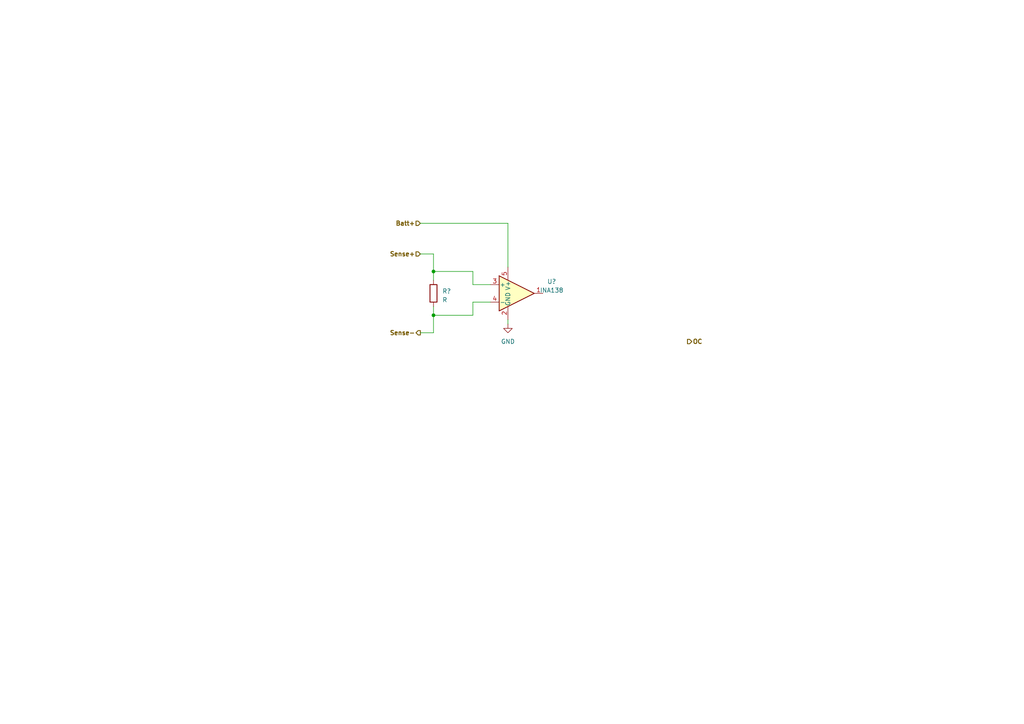
<source format=kicad_sch>
(kicad_sch (version 20230121) (generator eeschema)
  (paper "A4")
  (lib_symbols
    (symbol "Amplifier_Current:INA138" (pin_names (offset 0.127))
      (property "Reference" "U" (at 3.81 5.08 0))
      (property "Value" "INA138" (at 3.81 2.54 0))
      (symbol "INA138_0_1"
        (polyline (pts (xy -5.08 5.08) (xy 5.08 0) (xy -5.08 -5.08) (xy -5.08 5.08)) (stroke (width 0.254)) (fill (type background)))
      )
      (symbol "INA138_1_1"
        (pin output line (at 7.62 0 180) (length 2.54) (name "~") (number "1"))
        (pin power_in line (at -2.54 -7.62 90) (length 3.81) (name "GND") (number "2"))
        (pin input line (at -7.62 2.54 0) (length 2.54) (name "+") (number "3"))
        (pin input line (at -7.62 -2.54 0) (length 2.54) (name "-") (number "4"))
        (pin power_in line (at -2.54 7.62 270) (length 3.81) (name "V+") (number "5"))
      )
    )
    (symbol "Device:R" (pin_numbers hide) (pin_names (offset 0))
      (property "Reference" "R" (at 2.032 0 90))
      (property "Value" "R" (at 0 0 90))
      (symbol "R_0_1"
        (rectangle (start -1.016 -2.54) (end 1.016 2.54) (stroke (width 0.254)))
      )
      (symbol "R_1_1"
        (pin passive line (at 0 3.81 270) (length 1.27) (name "~") (number "1"))
        (pin passive line (at 0 -3.81 90) (length 1.27) (name "~") (number "2"))
      )
    )
    (symbol "power:GND" (power) (pin_names (offset 0))
      (property "Value" "GND" (at 0 -3.81 0))
      (symbol "GND_0_1"
        (polyline (pts (xy 0 0) (xy 0 -1.27) (xy 1.27 -1.27) (xy 0 -2.54) (xy -1.27 -1.27) (xy 0 -1.27)))
      )
      (symbol "GND_1_1"
        (pin power_in line (at 0 0 270) (length 0) hide (name "GND") (number "1"))
      )
    )
  )
  (junction (at 125.73 78.74))
  (junction (at 125.73 91.44))
  (wire (pts (xy 147.32 92.71) (xy 147.32 93.98)))
  (wire (pts (xy 125.73 78.74) (xy 125.73 81.28)))
  (wire (pts (xy 125.73 73.66) (xy 125.73 78.74)))
  (wire (pts (xy 125.73 91.44) (xy 137.16 91.44)))
  (wire (pts (xy 137.16 78.74) (xy 125.73 78.74)))
  (wire (pts (xy 137.16 91.44) (xy 137.16 87.63)))
  (wire (pts (xy 137.16 87.63) (xy 142.24 87.63)))
  (wire (pts (xy 121.92 73.66) (xy 125.73 73.66)))
  (wire (pts (xy 137.16 82.55) (xy 137.16 78.74)))
  (wire (pts (xy 142.24 82.55) (xy 137.16 82.55)))
  (wire (pts (xy 121.92 64.77) (xy 147.32 64.77)))
  (wire (pts (xy 147.32 64.77) (xy 147.32 77.47)))
  (wire (pts (xy 125.73 96.52) (xy 125.73 91.44)))
  (wire (pts (xy 125.73 88.9) (xy 125.73 91.44)))
  (wire (pts (xy 121.92 96.52) (xy 125.73 96.52)))
  (hierarchical_label "Sense+" (shape input) (at 121.92 73.66 180) (effects (font bold)))
  (hierarchical_label "Sense-" (shape output) (at 121.92 96.52 180) (effects (font bold)))
  (hierarchical_label "OC" (shape output) (at 199.39 99.06 0) (effects (font bold)))
  (hierarchical_label "Batt+" (shape input) (at 121.92 64.77 180) (effects (font bold)))
  (symbol (lib_id "Amplifier_Current:INA138") (at 149.86 85.09 0) (unit 1)
    (property "Reference" "U?" (at 160.02 81.6611 0))
    (property "Value" "INA138" (at 160.02 84.2011 0))
    (property "Footprint" "Package_TO_SOT_SMD:SOT-23-5" (effects hide))
    (property "Datasheet" "http://www.ti.com/lit/ds/symlink/ina138.pdf" (effects hide))
  )
  (symbol (lib_id "power:GND") (at 147.32 93.98 0) (unit 1)
    (property "Reference" "#PWR?" (effects hide))
    (property "Value" "GND" (at 147.32 99.06 0))
  )
  (symbol (lib_id "Device:R") (at 125.73 85.09 180) (unit 1)
    (property "Reference" "R?" (at 128.27 84.455 0) (effects (justify right)))
    (property "Value" "R" (at 128.27 86.995 0) (effects (justify right)))
  )
)
</source>
